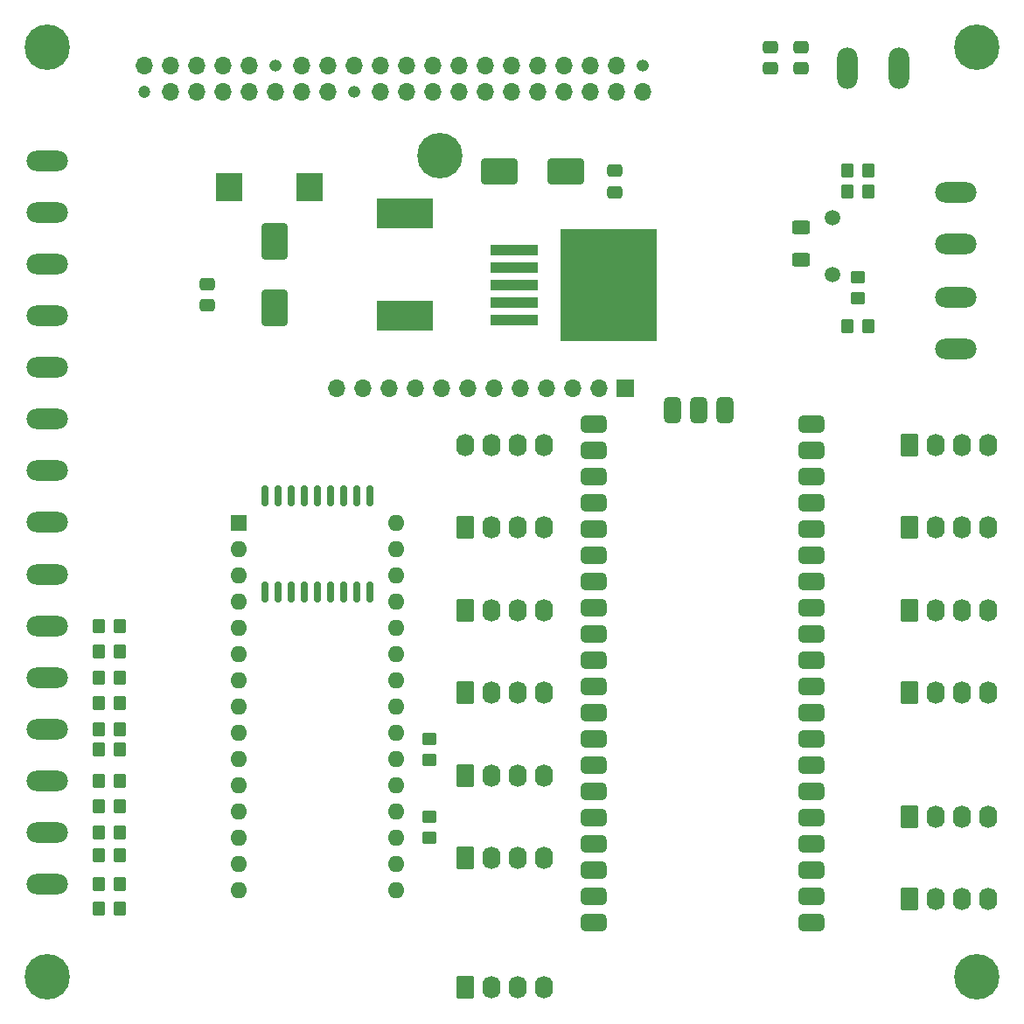
<source format=gbr>
%TF.GenerationSoftware,KiCad,Pcbnew,6.0.9*%
%TF.CreationDate,2022-12-10T00:29:23-03:00*%
%TF.ProjectId,trekking,7472656b-6b69-46e6-972e-6b696361645f,rev?*%
%TF.SameCoordinates,Original*%
%TF.FileFunction,Soldermask,Top*%
%TF.FilePolarity,Negative*%
%FSLAX46Y46*%
G04 Gerber Fmt 4.6, Leading zero omitted, Abs format (unit mm)*
G04 Created by KiCad (PCBNEW 6.0.9) date 2022-12-10 00:29:23*
%MOMM*%
%LPD*%
G01*
G04 APERTURE LIST*
G04 Aperture macros list*
%AMRoundRect*
0 Rectangle with rounded corners*
0 $1 Rounding radius*
0 $2 $3 $4 $5 $6 $7 $8 $9 X,Y pos of 4 corners*
0 Add a 4 corners polygon primitive as box body*
4,1,4,$2,$3,$4,$5,$6,$7,$8,$9,$2,$3,0*
0 Add four circle primitives for the rounded corners*
1,1,$1+$1,$2,$3*
1,1,$1+$1,$4,$5*
1,1,$1+$1,$6,$7*
1,1,$1+$1,$8,$9*
0 Add four rect primitives between the rounded corners*
20,1,$1+$1,$2,$3,$4,$5,0*
20,1,$1+$1,$4,$5,$6,$7,0*
20,1,$1+$1,$6,$7,$8,$9,0*
20,1,$1+$1,$8,$9,$2,$3,0*%
G04 Aperture macros list end*
%ADD10RoundRect,0.250000X0.350000X0.450000X-0.350000X0.450000X-0.350000X-0.450000X0.350000X-0.450000X0*%
%ADD11RoundRect,0.250000X0.450000X-0.350000X0.450000X0.350000X-0.450000X0.350000X-0.450000X-0.350000X0*%
%ADD12RoundRect,0.250000X-0.475000X0.337500X-0.475000X-0.337500X0.475000X-0.337500X0.475000X0.337500X0*%
%ADD13C,1.200000*%
%ADD14O,1.700000X1.700000*%
%ADD15O,1.200000X1.200000*%
%ADD16RoundRect,0.250000X-0.620000X-0.845000X0.620000X-0.845000X0.620000X0.845000X-0.620000X0.845000X0*%
%ADD17O,1.740000X2.190000*%
%ADD18RoundRect,0.412500X0.837500X0.412500X-0.837500X0.412500X-0.837500X-0.412500X0.837500X-0.412500X0*%
%ADD19RoundRect,0.412500X-0.412500X0.837500X-0.412500X-0.837500X0.412500X-0.837500X0.412500X0.837500X0*%
%ADD20C,1.500000*%
%ADD21C,4.400000*%
%ADD22RoundRect,0.250000X-0.350000X-0.450000X0.350000X-0.450000X0.350000X0.450000X-0.350000X0.450000X0*%
%ADD23RoundRect,0.250000X0.475000X-0.337500X0.475000X0.337500X-0.475000X0.337500X-0.475000X-0.337500X0*%
%ADD24RoundRect,0.250000X-0.450000X0.350000X-0.450000X-0.350000X0.450000X-0.350000X0.450000X0.350000X0*%
%ADD25RoundRect,0.250000X0.625000X-0.400000X0.625000X0.400000X-0.625000X0.400000X-0.625000X-0.400000X0*%
%ADD26O,4.000000X2.000000*%
%ADD27RoundRect,0.250000X1.000000X-1.500000X1.000000X1.500000X-1.000000X1.500000X-1.000000X-1.500000X0*%
%ADD28R,2.000000X2.000000*%
%ADD29R,2.500000X2.700000*%
%ADD30R,4.600000X1.100000*%
%ADD31R,9.400000X10.800000*%
%ADD32R,1.600000X1.600000*%
%ADD33O,1.600000X1.600000*%
%ADD34RoundRect,0.250000X1.500000X1.000000X-1.500000X1.000000X-1.500000X-1.000000X1.500000X-1.000000X0*%
%ADD35R,1.700000X1.700000*%
%ADD36R,5.400000X2.900000*%
%ADD37O,2.000000X4.000000*%
%ADD38RoundRect,0.150000X0.150000X-0.875000X0.150000X0.875000X-0.150000X0.875000X-0.150000X-0.875000X0*%
G04 APERTURE END LIST*
D10*
%TO.C,R16*%
X52000000Y-143400000D03*
X50000000Y-143400000D03*
%TD*%
D11*
%TO.C,R6*%
X82000000Y-136500000D03*
X82000000Y-134500000D03*
%TD*%
D12*
%TO.C,C1*%
X100000000Y-71962500D03*
X100000000Y-74037500D03*
%TD*%
D13*
%TO.C,J1*%
X54375000Y-64275000D03*
D14*
X54375000Y-61735000D03*
X56915000Y-64275000D03*
X56915000Y-61735000D03*
X59455000Y-64275000D03*
X59455000Y-61735000D03*
X61995000Y-64275000D03*
X61995000Y-61735000D03*
X64535000Y-64275000D03*
X64535000Y-61735000D03*
X67075000Y-64275000D03*
D15*
X67075000Y-61735000D03*
D14*
X69615000Y-64275000D03*
X69615000Y-61735000D03*
X72155000Y-64275000D03*
X72155000Y-61735000D03*
D15*
X74695000Y-64275000D03*
D14*
X74695000Y-61735000D03*
X77235000Y-64275000D03*
X77235000Y-61735000D03*
X79775000Y-64275000D03*
X79775000Y-61735000D03*
X82315000Y-64275000D03*
X82315000Y-61735000D03*
X84855000Y-64275000D03*
X84855000Y-61735000D03*
X87395000Y-64275000D03*
X87395000Y-61735000D03*
X89935000Y-64275000D03*
X89935000Y-61735000D03*
X92475000Y-64275000D03*
X92475000Y-61735000D03*
X95015000Y-64275000D03*
X95015000Y-61735000D03*
X97555000Y-64275000D03*
X97555000Y-61735000D03*
X100095000Y-64275000D03*
X100095000Y-61735000D03*
X102635000Y-64275000D03*
D15*
X102635000Y-61735000D03*
%TD*%
D16*
%TO.C,J5*%
X128500000Y-106483500D03*
D17*
X131040000Y-106483500D03*
X133580000Y-106483500D03*
X136120000Y-106483500D03*
%TD*%
D18*
%TO.C,U1*%
X119041000Y-144743500D03*
X119041000Y-142203500D03*
X119041000Y-139663500D03*
X119041000Y-137123500D03*
X119041000Y-134583500D03*
X119041000Y-132043500D03*
X119041000Y-129503500D03*
X119041000Y-126963500D03*
X119041000Y-124423500D03*
X119041000Y-121883500D03*
X119041000Y-119343500D03*
X119041000Y-116803500D03*
X119041000Y-114263500D03*
X119041000Y-111723500D03*
X119041000Y-109183500D03*
X119041000Y-106643500D03*
X119041000Y-104103500D03*
X119041000Y-101563500D03*
X119041000Y-99023500D03*
X119041000Y-96483500D03*
X97959000Y-96483500D03*
X97959000Y-99023500D03*
X97959000Y-101563500D03*
X97959000Y-104103500D03*
X97959000Y-106643500D03*
X97959000Y-109183500D03*
X97959000Y-111723500D03*
X97959000Y-114263500D03*
X97959000Y-116803500D03*
X97959000Y-119343500D03*
X97959000Y-121883500D03*
X97959000Y-124423500D03*
X97959000Y-126963500D03*
X97959000Y-129503500D03*
X97959000Y-132043500D03*
X97959000Y-134583500D03*
X97959000Y-137123500D03*
X97959000Y-139663500D03*
X97959000Y-142203500D03*
X97959000Y-144743500D03*
D19*
X110659000Y-95086500D03*
X108119000Y-95086500D03*
X105579000Y-95086500D03*
%TD*%
D20*
%TO.C,VIN*%
X121000000Y-82000000D03*
%TD*%
D21*
%TO.C,REF\u002A\u002A*%
X45000000Y-60000000D03*
%TD*%
D22*
%TO.C,R5*%
X122500000Y-71900000D03*
X124500000Y-71900000D03*
%TD*%
D16*
%TO.C,J2*%
X128500000Y-114483500D03*
D17*
X131040000Y-114483500D03*
X133580000Y-114483500D03*
X136120000Y-114483500D03*
%TD*%
%TO.C,J17*%
X85500000Y-98483500D03*
X88040000Y-98483500D03*
X90580000Y-98483500D03*
X93120000Y-98483500D03*
%TD*%
D10*
%TO.C,R15*%
X52000000Y-138200000D03*
X50000000Y-138200000D03*
%TD*%
D23*
%TO.C,C3*%
X115000000Y-62037500D03*
X115000000Y-59962500D03*
%TD*%
D24*
%TO.C,R1*%
X123500000Y-84250000D03*
X123500000Y-82250000D03*
%TD*%
D25*
%TO.C,R3*%
X118000000Y-80550000D03*
X118000000Y-77450000D03*
%TD*%
D16*
%TO.C,J10*%
X128500000Y-134503500D03*
D17*
X131040000Y-134503500D03*
X133580000Y-134503500D03*
X136120000Y-134503500D03*
%TD*%
D16*
%TO.C,J23*%
X85500000Y-151000000D03*
D17*
X88040000Y-151000000D03*
X90580000Y-151000000D03*
X93120000Y-151000000D03*
%TD*%
D22*
%TO.C,R13*%
X50000000Y-126000000D03*
X52000000Y-126000000D03*
%TD*%
D26*
%TO.C,J22*%
X45000000Y-116000000D03*
X45000000Y-121000000D03*
X45000000Y-126000000D03*
%TD*%
D16*
%TO.C,J15*%
X85500000Y-106483500D03*
D17*
X88040000Y-106483500D03*
X90580000Y-106483500D03*
X93120000Y-106483500D03*
%TD*%
D22*
%TO.C,R10*%
X50000000Y-141000000D03*
X52000000Y-141000000D03*
%TD*%
D27*
%TO.C,C5*%
X67000000Y-85250000D03*
X67000000Y-78750000D03*
%TD*%
D16*
%TO.C,J12*%
X85500000Y-138483500D03*
D17*
X88040000Y-138483500D03*
X90580000Y-138483500D03*
X93120000Y-138483500D03*
%TD*%
D10*
%TO.C,R17*%
X52000000Y-118500000D03*
X50000000Y-118500000D03*
%TD*%
D28*
%TO.C,D1*%
X70310000Y-73500000D03*
D29*
X70400000Y-73500000D03*
X62600000Y-73500000D03*
D28*
X62690000Y-73500000D03*
%TD*%
D21*
%TO.C,*%
X83000000Y-70500000D03*
%TD*%
D16*
%TO.C,J3*%
X128500000Y-122483500D03*
D17*
X131040000Y-122483500D03*
X133580000Y-122483500D03*
X136120000Y-122483500D03*
%TD*%
D30*
%TO.C,U2*%
X90225000Y-79600000D03*
X90225000Y-81300000D03*
D31*
X99375000Y-83000000D03*
D30*
X90225000Y-83000000D03*
X90225000Y-84700000D03*
X90225000Y-86400000D03*
%TD*%
D26*
%TO.C,J20*%
X45000000Y-101000000D03*
X45000000Y-106000000D03*
X45000000Y-111000000D03*
%TD*%
D20*
%TO.C,VCC*%
X121000000Y-76500000D03*
%TD*%
D22*
%TO.C,R12*%
X50000000Y-121000000D03*
X52000000Y-121000000D03*
%TD*%
%TO.C,R2*%
X124500000Y-87000000D03*
X122500000Y-87000000D03*
%TD*%
D21*
%TO.C,REF\u002A\u002A*%
X45000000Y-150000000D03*
%TD*%
%TO.C,REF\u002A\u002A*%
X135000000Y-150000000D03*
%TD*%
D32*
%TO.C,A1*%
X63580000Y-106060000D03*
D33*
X63580000Y-108600000D03*
X63580000Y-111140000D03*
X63580000Y-113680000D03*
X63580000Y-116220000D03*
X63580000Y-118760000D03*
X63580000Y-121300000D03*
X63580000Y-123840000D03*
X63580000Y-126380000D03*
X63580000Y-128920000D03*
X63580000Y-131460000D03*
X63580000Y-134000000D03*
X63580000Y-136540000D03*
X63580000Y-139080000D03*
X63580000Y-141620000D03*
X78820000Y-141620000D03*
X78820000Y-139080000D03*
X78820000Y-136540000D03*
X78820000Y-134000000D03*
X78820000Y-131460000D03*
X78820000Y-128920000D03*
X78820000Y-126380000D03*
X78820000Y-123840000D03*
X78820000Y-121300000D03*
X78820000Y-118760000D03*
X78820000Y-116220000D03*
X78820000Y-113680000D03*
X78820000Y-111140000D03*
X78820000Y-108600000D03*
X78820000Y-106060000D03*
%TD*%
D16*
%TO.C,J16*%
X85500000Y-122483500D03*
D17*
X88040000Y-122483500D03*
X90580000Y-122483500D03*
X93120000Y-122483500D03*
%TD*%
D34*
%TO.C,C4*%
X95250000Y-72000000D03*
X88750000Y-72000000D03*
%TD*%
D35*
%TO.C,J18*%
X101000000Y-93000000D03*
D14*
X98460000Y-93000000D03*
X95920000Y-93000000D03*
X93380000Y-93000000D03*
X90840000Y-93000000D03*
X88300000Y-93000000D03*
X85760000Y-93000000D03*
X83220000Y-93000000D03*
X80680000Y-93000000D03*
X78140000Y-93000000D03*
X75600000Y-93000000D03*
X73060000Y-93000000D03*
%TD*%
D23*
%TO.C,C2*%
X118000000Y-62037500D03*
X118000000Y-59962500D03*
%TD*%
D16*
%TO.C,J4*%
X128500000Y-98483500D03*
D17*
X131040000Y-98483500D03*
X133580000Y-98483500D03*
X136120000Y-98483500D03*
%TD*%
D16*
%TO.C,J13*%
X85500000Y-114483500D03*
D17*
X88040000Y-114483500D03*
X90580000Y-114483500D03*
X93120000Y-114483500D03*
%TD*%
D36*
%TO.C,L1*%
X79600000Y-76050000D03*
X79600000Y-85950000D03*
%TD*%
D23*
%TO.C,C6*%
X60500000Y-85000000D03*
X60500000Y-82925000D03*
%TD*%
D10*
%TO.C,R14*%
X52000000Y-133500000D03*
X50000000Y-133500000D03*
%TD*%
D21*
%TO.C,REF\u002A\u002A*%
X135000000Y-60000000D03*
%TD*%
D22*
%TO.C,R11*%
X50000000Y-116000000D03*
X52000000Y-116000000D03*
%TD*%
D16*
%TO.C,J9*%
X128500000Y-142483500D03*
D17*
X131040000Y-142483500D03*
X133580000Y-142483500D03*
X136120000Y-142483500D03*
%TD*%
D26*
%TO.C,J19*%
X45000000Y-86000000D03*
X45000000Y-91000000D03*
X45000000Y-96000000D03*
%TD*%
%TO.C,J7*%
X133000000Y-74058500D03*
X133000000Y-79058500D03*
%TD*%
D22*
%TO.C,R9*%
X50000000Y-136000000D03*
X52000000Y-136000000D03*
%TD*%
D37*
%TO.C,J8*%
X122500000Y-62000000D03*
X127500000Y-62000000D03*
%TD*%
D26*
%TO.C,J11*%
X45000000Y-71000000D03*
X45000000Y-76000000D03*
X45000000Y-81000000D03*
%TD*%
D10*
%TO.C,R19*%
X52000000Y-128000000D03*
X50000000Y-128000000D03*
%TD*%
D26*
%TO.C,J21*%
X45000000Y-131000000D03*
X45000000Y-136000000D03*
X45000000Y-141000000D03*
%TD*%
D10*
%TO.C,R4*%
X124500000Y-74000000D03*
X122500000Y-74000000D03*
%TD*%
D38*
%TO.C,U3*%
X66110000Y-112760000D03*
X67380000Y-112760000D03*
X68650000Y-112760000D03*
X69920000Y-112760000D03*
X71190000Y-112760000D03*
X72460000Y-112760000D03*
X73730000Y-112760000D03*
X75000000Y-112760000D03*
X76270000Y-112760000D03*
X76270000Y-103460000D03*
X75000000Y-103460000D03*
X73730000Y-103460000D03*
X72460000Y-103460000D03*
X71190000Y-103460000D03*
X69920000Y-103460000D03*
X68650000Y-103460000D03*
X67380000Y-103460000D03*
X66110000Y-103460000D03*
%TD*%
D26*
%TO.C,J6*%
X133000000Y-84233500D03*
X133000000Y-89233500D03*
%TD*%
D22*
%TO.C,R8*%
X50000000Y-131000000D03*
X52000000Y-131000000D03*
%TD*%
D10*
%TO.C,R18*%
X52000000Y-123500000D03*
X50000000Y-123500000D03*
%TD*%
D16*
%TO.C,J14*%
X85500000Y-130483500D03*
D17*
X88040000Y-130483500D03*
X90580000Y-130483500D03*
X93120000Y-130483500D03*
%TD*%
D11*
%TO.C,R7*%
X82000000Y-129000000D03*
X82000000Y-127000000D03*
%TD*%
M02*

</source>
